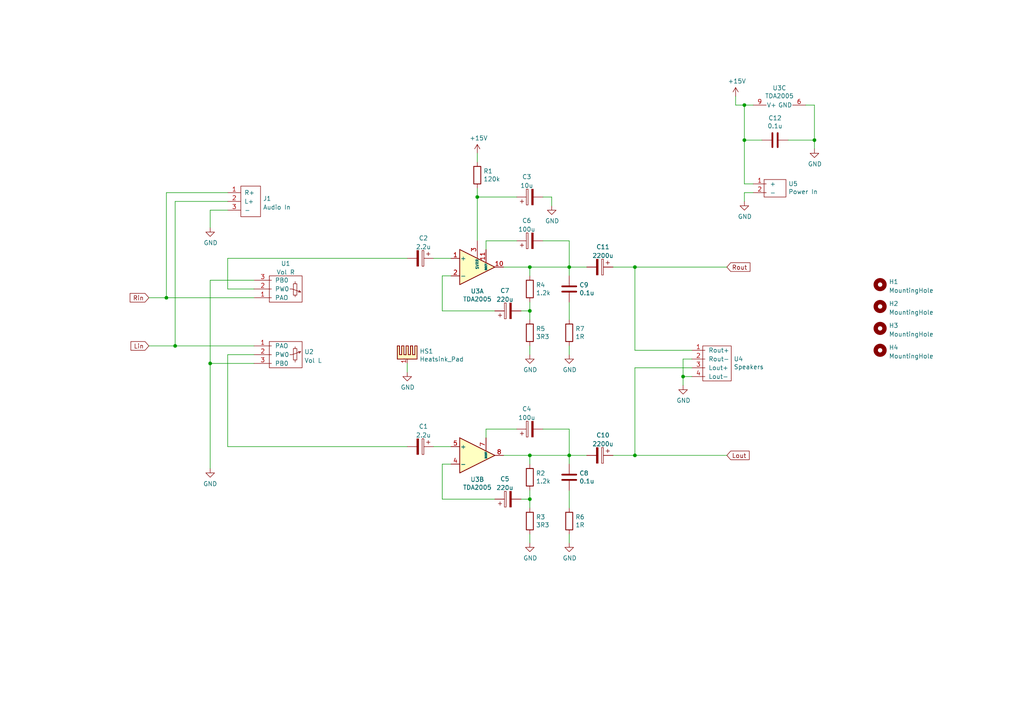
<source format=kicad_sch>
(kicad_sch (version 20231120) (generator "eeschema") (generator_version "8.0")
  (paper "A4")
  (lib_symbols
    (symbol "Amplifier_Audio:TDA2005" (pin_names (offset 0.127))
      (property "Reference" "U" (at 7.62 6.35 0))
      (property "Value" "TDA2005" (at 7.62 3.81 0))
      (symbol "TDA2005_1_1"
        (polyline (pts (xy -5.08 5.08) (xy 5.08 0) (xy -5.08 -5.08) (xy -5.08 5.08)) (stroke (width 0.254)) (fill (type background)))
        (pin input line (at -7.62 2.54 0) (length 2.54) (name "+") (number "1"))
        (pin output line (at 7.62 0 180) (length 2.54) (name "~") (number "10"))
        (pin passive line (at 2.54 5.08 270) (length 3.81) (name "BOOT") (number "11"))
        (pin input line (at -7.62 -2.54 0) (length 2.54) (name "-") (number "2"))
        (pin passive line (at 0 7.62 270) (length 5.08) (name "SVRR") (number "3"))
      )
      (symbol "TDA2005_2_1"
        (polyline (pts (xy -5.08 5.08) (xy 5.08 0) (xy -5.08 -5.08) (xy -5.08 5.08)) (stroke (width 0.254)) (fill (type background)))
        (pin input line (at -7.62 -2.54 0) (length 2.54) (name "-") (number "4"))
        (pin input line (at -7.62 2.54 0) (length 2.54) (name "+") (number "5"))
        (pin passive line (at 2.54 5.08 270) (length 3.81) (name "BOOT") (number "7"))
        (pin output line (at 7.62 0 180) (length 2.54) (name "~") (number "8"))
      )
      (symbol "TDA2005_3_1"
        (pin power_in line (at -2.54 -7.62 90) (length 3.81) (name "GND") (number "6"))
        (pin power_in line (at -2.54 7.62 270) (length 3.81) (name "V+") (number "9"))
      )
    )
    (symbol "Device:C" (pin_numbers hide) (pin_names (offset 0.254))
      (property "Reference" "C" (at 0.635 2.54 0))
      (property "Value" "C" (at 0.635 -2.54 0))
      (symbol "C_0_1"
        (polyline (pts (xy -2.032 -0.762) (xy 2.032 -0.762)) (stroke (width 0.508)))
        (polyline (pts (xy -2.032 0.762) (xy 2.032 0.762)) (stroke (width 0.508)))
      )
      (symbol "C_1_1"
        (pin passive line (at 0 3.81 270) (length 2.794) (name "~") (number "1"))
        (pin passive line (at 0 -3.81 90) (length 2.794) (name "~") (number "2"))
      )
    )
    (symbol "Device:C_Polarized" (pin_numbers hide) (pin_names (offset 0.254))
      (property "Reference" "C" (at 0.635 2.54 0))
      (property "Value" "C_Polarized" (at 0.635 -2.54 0))
      (symbol "C_Polarized_0_1"
        (rectangle (start -2.286 0.508) (end 2.286 1.016))
        (polyline (pts (xy -1.778 2.286) (xy -0.762 2.286)))
        (polyline (pts (xy -1.27 2.794) (xy -1.27 1.778)))
        (rectangle (start 2.286 -0.508) (end -2.286 -1.016) (fill (type outline)))
      )
      (symbol "C_Polarized_1_1"
        (pin passive line (at 0 3.81 270) (length 2.794) (name "~") (number "1"))
        (pin passive line (at 0 -3.81 90) (length 2.794) (name "~") (number "2"))
      )
    )
    (symbol "Device:R" (pin_numbers hide) (pin_names (offset 0))
      (property "Reference" "R" (at 2.032 0 90))
      (property "Value" "R" (at 0 0 90))
      (symbol "R_0_1"
        (rectangle (start -1.016 -2.54) (end 1.016 2.54) (stroke (width 0.254)))
      )
      (symbol "R_1_1"
        (pin passive line (at 0 3.81 270) (length 1.27) (name "~") (number "1"))
        (pin passive line (at 0 -3.81 90) (length 1.27) (name "~") (number "2"))
      )
    )
    (symbol "Mechanical:Heatsink_Pad" (pin_names (offset 0))
      (property "Reference" "HS" (at 0 5.715 0))
      (property "Value" "Heatsink_Pad" (at 0 3.81 0))
      (symbol "Heatsink_Pad_0_1"
        (polyline (pts (xy -0.3302 0) (xy -0.9652 0) (xy -0.9652 2.54) (xy -1.6002 2.54) (xy -1.6002 0) (xy -2.2352 0) (xy -2.2352 2.54) (xy -2.8702 2.54) (xy -2.8702 -1.27) (xy -0.9652 -1.27)) (stroke (width 0.254)) (fill (type background)))
        (polyline (pts (xy -0.3302 0) (xy -0.3302 2.54) (xy 0.3048 2.54) (xy 0.3048 0) (xy 0.9398 0) (xy 0.9398 2.54) (xy 1.5748 2.54) (xy 1.5748 0) (xy 2.2098 0) (xy 2.2098 2.54) (xy 2.8448 2.54) (xy 2.8448 -1.27) (xy -0.9652 -1.27)) (stroke (width 0.254)) (fill (type background)))
      )
      (symbol "Heatsink_Pad_1_1"
        (pin passive line (at 0 -2.54 90) (length 1.27) (name "~") (number "1"))
      )
    )
    (symbol "Mechanical:MountingHole" (pin_names (offset 1.016))
      (property "Reference" "H" (at 0 5.08 0))
      (property "Value" "MountingHole" (at 0 3.175 0))
      (symbol "MountingHole_0_1"
        (circle (center 0 0) (radius 1.27) (stroke (width 1.27)))
      )
    )
    (symbol "My_Headers:3-pin_Audio" (pin_names (offset 1.016))
      (property "Reference" "J" (at -0.635 6.35 0))
      (property "Value" "3-pin_Audio" (at 2.54 -5.715 0))
      (symbol "3-pin_Audio_0_1"
        (polyline (pts (xy -1.27 4.445) (xy 4.445 4.445) (xy 4.445 -3.81) (xy 4.445 -4.445) (xy -1.27 -4.445) (xy -1.27 4.445)) (stroke (width 0.1524)))
      )
      (symbol "3-pin_Audio_1_1"
        (pin bidirectional line (at -5.08 2.54 0) (length 3.81) (name "R+") (number "1"))
        (pin bidirectional line (at -5.08 0 0) (length 3.81) (name "L+") (number "2"))
        (pin bidirectional line (at -5.08 -2.54 0) (length 3.81) (name "-") (number "3"))
      )
    )
    (symbol "My_Headers:3-pin_potentiometer_output" (pin_names (offset 1.016))
      (property "Reference" "U" (at 5.715 2.54 0))
      (property "Value" "3-pin_potentiometer_output" (at 5.08 -7.62 0))
      (symbol "3-pin_potentiometer_output_0_1"
        (polyline (pts (xy 11.938 -4.064) (xy 11.938 -4.699)))
        (polyline (pts (xy 11.938 -0.254) (xy 11.938 -0.762)))
        (polyline (pts (xy 12.827 -1.651) (xy 12.827 -1.651)))
        (polyline (pts (xy 13.589 -1.651) (xy 13.081 -2.159)))
        (polyline (pts (xy 10.414 -2.54) (xy 11.049 -2.54) (xy 13.589 -1.651) (xy 12.827 -1.651)))
        (polyline (pts (xy 4.445 1.27) (xy 13.97 1.27) (xy 13.97 -6.35) (xy 4.445 -6.35) (xy 4.445 1.27)))
        (polyline (pts (xy 11.43 -0.762) (xy 12.446 -0.762) (xy 12.446 -4.064) (xy 11.43 -4.064) (xy 11.43 -0.762)))
      )
      (symbol "3-pin_potentiometer_output_1_1"
        (pin input line (at 0 0 0) (length 5.08) (name "PAO") (number "1"))
        (pin output line (at 0 -2.54 0) (length 5.08) (name "PW0") (number "2"))
        (pin input line (at 0 -5.08 0) (length 5.08) (name "PB0") (number "3"))
      )
    )
    (symbol "My_Parts:2-pole_power_in_screw_terminal" (pin_names (offset 1.016))
      (property "Reference" "U" (at 4.445 3.175 0))
      (property "Value" "2-pole_power_in_screw_terminal" (at 6.35 -5.715 0))
      (symbol "2-pole_power_in_screw_terminal_0_1"
        (rectangle (start 3.175 1.27) (end 9.525 -3.81))
      )
      (symbol "2-pole_power_in_screw_terminal_1_1"
        (pin power_in line (at 0 0 0) (length 3.81) (name "+") (number "1"))
        (pin power_in line (at 0 -2.54 0) (length 3.81) (name "-") (number "2"))
      )
    )
    (symbol "My_Parts:4-pole_RL-output_screw_terminal" (pin_names (offset 1.016))
      (property "Reference" "U" (at 4.445 3.175 0))
      (property "Value" "4-pole_RL-output_screw_terminal" (at 6.35 -10.795 0))
      (symbol "4-pole_RL-output_screw_terminal_0_1"
        (rectangle (start 3.175 1.27) (end 11.43 -8.89))
      )
      (symbol "4-pole_RL-output_screw_terminal_1_1"
        (pin output line (at 0 0 0) (length 3.81) (name "Rout+") (number "1"))
        (pin output line (at 0 -2.54 0) (length 3.81) (name "Rout-") (number "2"))
        (pin output line (at 0 -5.08 0) (length 3.81) (name "Lout+") (number "3"))
        (pin output line (at 0 -7.62 0) (length 3.81) (name "Lout-") (number "4"))
      )
    )
    (symbol "power:+15V" (power) (pin_names (offset 0))
      (property "Value" "+15V" (at 0 3.556 0))
      (symbol "+15V_0_1"
        (polyline (pts (xy -0.762 1.27) (xy 0 2.54)))
        (polyline (pts (xy 0 0) (xy 0 2.54)))
        (polyline (pts (xy 0 2.54) (xy 0.762 1.27)))
      )
      (symbol "+15V_1_1"
        (pin power_in line (at 0 0 90) (length 0) hide (name "+15V") (number "1"))
      )
    )
    (symbol "power:GND" (power) (pin_names (offset 0))
      (property "Value" "GND" (at 0 -3.81 0))
      (symbol "GND_0_1"
        (polyline (pts (xy 0 0) (xy 0 -1.27) (xy 1.27 -1.27) (xy 0 -2.54) (xy -1.27 -1.27) (xy 0 -1.27)))
      )
      (symbol "GND_1_1"
        (pin power_in line (at 0 0 270) (length 0) hide (name "GND") (number "1"))
      )
    )
  )
  (junction (at 184.15 132.08))
  (junction (at 215.9 40.64))
  (junction (at 165.1 132.08))
  (junction (at 153.67 77.47))
  (junction (at 60.96 105.41))
  (junction (at 184.15 77.47))
  (junction (at 215.9 30.48))
  (junction (at 236.22 40.64))
  (junction (at 48.26 86.36))
  (junction (at 153.67 132.08))
  (junction (at 198.12 109.22))
  (junction (at 153.67 90.17))
  (junction (at 50.8 100.33))
  (junction (at 138.43 57.15))
  (junction (at 165.1 77.47))
  (junction (at 153.67 144.78))
  (wire (pts (xy 184.15 132.08) (xy 210.82 132.08)))
  (wire (pts (xy 165.1 100.33) (xy 165.1 102.87)))
  (wire (pts (xy 236.22 40.64) (xy 228.6 40.64)))
  (wire (pts (xy 66.04 129.54) (xy 118.11 129.54)))
  (wire (pts (xy 153.67 77.47) (xy 153.67 80.01)))
  (wire (pts (xy 60.96 105.41) (xy 60.96 135.89)))
  (wire (pts (xy 165.1 77.47) (xy 165.1 80.01)))
  (wire (pts (xy 138.43 69.85) (xy 138.43 57.15)))
  (wire (pts (xy 153.67 87.63) (xy 153.67 90.17)))
  (wire (pts (xy 73.66 81.28) (xy 60.96 81.28)))
  (wire (pts (xy 66.04 83.82) (xy 73.66 83.82)))
  (wire (pts (xy 153.67 157.48) (xy 153.67 154.94)))
  (wire (pts (xy 165.1 69.85) (xy 165.1 77.47)))
  (wire (pts (xy 213.36 30.48) (xy 213.36 27.94)))
  (wire (pts (xy 66.04 60.96) (xy 60.96 60.96)))
  (wire (pts (xy 165.1 87.63) (xy 165.1 92.71)))
  (wire (pts (xy 165.1 154.94) (xy 165.1 157.48)))
  (wire (pts (xy 165.1 124.46) (xy 165.1 132.08)))
  (wire (pts (xy 50.8 100.33) (xy 43.18 100.33)))
  (wire (pts (xy 218.44 55.88) (xy 215.9 55.88)))
  (wire (pts (xy 66.04 74.93) (xy 118.11 74.93)))
  (wire (pts (xy 184.15 77.47) (xy 210.82 77.47)))
  (wire (pts (xy 153.67 102.87) (xy 153.67 100.33)))
  (wire (pts (xy 143.51 90.17) (xy 128.27 90.17)))
  (wire (pts (xy 50.8 100.33) (xy 73.66 100.33)))
  (wire (pts (xy 50.8 58.42) (xy 66.04 58.42)))
  (wire (pts (xy 48.26 55.88) (xy 66.04 55.88)))
  (wire (pts (xy 130.81 74.93) (xy 125.73 74.93)))
  (wire (pts (xy 215.9 53.34) (xy 218.44 53.34)))
  (wire (pts (xy 215.9 30.48) (xy 215.9 40.64)))
  (wire (pts (xy 50.8 58.42) (xy 50.8 100.33)))
  (wire (pts (xy 157.48 69.85) (xy 165.1 69.85)))
  (wire (pts (xy 177.8 132.08) (xy 184.15 132.08)))
  (wire (pts (xy 233.68 30.48) (xy 236.22 30.48)))
  (wire (pts (xy 140.97 124.46) (xy 149.86 124.46)))
  (wire (pts (xy 153.67 77.47) (xy 165.1 77.47)))
  (wire (pts (xy 143.51 144.78) (xy 128.27 144.78)))
  (wire (pts (xy 153.67 142.24) (xy 153.67 144.78)))
  (wire (pts (xy 198.12 104.14) (xy 198.12 109.22)))
  (wire (pts (xy 165.1 142.24) (xy 165.1 147.32)))
  (wire (pts (xy 128.27 144.78) (xy 128.27 134.62)))
  (wire (pts (xy 48.26 55.88) (xy 48.26 86.36)))
  (wire (pts (xy 151.13 90.17) (xy 153.67 90.17)))
  (wire (pts (xy 140.97 124.46) (xy 140.97 127)))
  (wire (pts (xy 184.15 106.68) (xy 200.66 106.68)))
  (wire (pts (xy 200.66 104.14) (xy 198.12 104.14)))
  (wire (pts (xy 165.1 77.47) (xy 170.18 77.47)))
  (wire (pts (xy 128.27 90.17) (xy 128.27 80.01)))
  (wire (pts (xy 200.66 101.6) (xy 184.15 101.6)))
  (wire (pts (xy 66.04 74.93) (xy 66.04 83.82)))
  (wire (pts (xy 60.96 81.28) (xy 60.96 105.41)))
  (wire (pts (xy 118.11 105.41) (xy 118.11 107.95)))
  (wire (pts (xy 153.67 90.17) (xy 153.67 92.71)))
  (wire (pts (xy 60.96 60.96) (xy 60.96 66.04)))
  (wire (pts (xy 151.13 144.78) (xy 153.67 144.78)))
  (wire (pts (xy 153.67 132.08) (xy 153.67 134.62)))
  (wire (pts (xy 236.22 40.64) (xy 236.22 43.18)))
  (wire (pts (xy 165.1 132.08) (xy 170.18 132.08)))
  (wire (pts (xy 157.48 57.15) (xy 160.02 57.15)))
  (wire (pts (xy 215.9 55.88) (xy 215.9 58.42)))
  (wire (pts (xy 130.81 129.54) (xy 125.73 129.54)))
  (wire (pts (xy 66.04 129.54) (xy 66.04 102.87)))
  (wire (pts (xy 66.04 102.87) (xy 73.66 102.87)))
  (wire (pts (xy 236.22 30.48) (xy 236.22 40.64)))
  (wire (pts (xy 128.27 80.01) (xy 130.81 80.01)))
  (wire (pts (xy 138.43 57.15) (xy 138.43 54.61)))
  (wire (pts (xy 198.12 109.22) (xy 200.66 109.22)))
  (wire (pts (xy 48.26 86.36) (xy 43.18 86.36)))
  (wire (pts (xy 48.26 86.36) (xy 73.66 86.36)))
  (wire (pts (xy 146.05 132.08) (xy 153.67 132.08)))
  (wire (pts (xy 60.96 105.41) (xy 73.66 105.41)))
  (wire (pts (xy 218.44 30.48) (xy 215.9 30.48)))
  (wire (pts (xy 160.02 57.15) (xy 160.02 59.69)))
  (wire (pts (xy 157.48 124.46) (xy 165.1 124.46)))
  (wire (pts (xy 138.43 46.99) (xy 138.43 44.45)))
  (wire (pts (xy 165.1 132.08) (xy 165.1 134.62)))
  (wire (pts (xy 128.27 134.62) (xy 130.81 134.62)))
  (wire (pts (xy 140.97 69.85) (xy 149.86 69.85)))
  (wire (pts (xy 177.8 77.47) (xy 184.15 77.47)))
  (wire (pts (xy 215.9 40.64) (xy 220.98 40.64)))
  (wire (pts (xy 146.05 77.47) (xy 153.67 77.47)))
  (wire (pts (xy 184.15 106.68) (xy 184.15 132.08)))
  (wire (pts (xy 215.9 30.48) (xy 213.36 30.48)))
  (wire (pts (xy 198.12 109.22) (xy 198.12 111.76)))
  (wire (pts (xy 215.9 40.64) (xy 215.9 53.34)))
  (wire (pts (xy 153.67 144.78) (xy 153.67 147.32)))
  (wire (pts (xy 140.97 72.39) (xy 140.97 69.85)))
  (wire (pts (xy 184.15 101.6) (xy 184.15 77.47)))
  (wire (pts (xy 153.67 132.08) (xy 165.1 132.08)))
  (wire (pts (xy 138.43 57.15) (xy 149.86 57.15)))
  (global_label "Lin" (shape input) (at 43.18 100.33 180) (property "Intersheetrefs" "${INTERSHEET_REFS}" (effects (hide yes))))
  (global_label "Rout" (shape input) (at 210.82 77.47 0) (property "Intersheetrefs" "${INTERSHEET_REFS}" (effects (hide yes))))
  (global_label "Lout" (shape input) (at 210.82 132.08 0) (property "Intersheetrefs" "${INTERSHEET_REFS}" (effects (hide yes))))
  (global_label "Rin" (shape input) (at 43.18 86.36 180) (property "Intersheetrefs" "${INTERSHEET_REFS}" (effects (hide yes))))
  (symbol (lib_id "Amplifier_Audio:TDA2005") (at 138.43 77.47 0) (unit 1)
    (property "Reference" "U3" (at 138.43 84.455 0))
    (property "Value" "TDA2005" (at 138.43 86.7664 0))
    (property "Footprint" "My_Misc:TO-220-11_P3.4x5.08mm_StaggerOdd_Lead4.85mm_Vertical_large" (effects (hide yes)))
    (property "Datasheet" "http://www.st.com/resource/en/datasheet/cd00000124.pdf" (effects (hide yes)))
  )
  (symbol (lib_id "Amplifier_Audio:TDA2005") (at 138.43 132.08 0) (unit 2)
    (property "Reference" "U3" (at 138.43 139.065 0))
    (property "Value" "TDA2005" (at 138.43 141.3764 0))
    (property "Footprint" "My_Misc:TO-220-11_P3.4x5.08mm_StaggerOdd_Lead4.85mm_Vertical_large" (effects (hide yes)))
    (property "Datasheet" "http://www.st.com/resource/en/datasheet/cd00000124.pdf" (effects (hide yes)))
  )
  (symbol (lib_id "Amplifier_Audio:TDA2005") (at 226.06 27.94 90) (unit 3)
    (property "Reference" "U3" (at 226.06 25.527 90))
    (property "Value" "TDA2005" (at 226.06 27.8384 90))
    (property "Footprint" "My_Misc:TO-220-11_P3.4x5.08mm_StaggerOdd_Lead4.85mm_Vertical_large" (effects (hide yes)))
    (property "Datasheet" "http://www.st.com/resource/en/datasheet/cd00000124.pdf" (effects (hide yes)))
  )
  (symbol (lib_id "Device:R") (at 153.67 83.82 0) (unit 1)
    (property "Reference" "R4" (at 155.448 82.6516 0) (effects (justify left)))
    (property "Value" "1.2k" (at 155.448 84.963 0) (effects (justify left)))
    (property "Footprint" "My_Misc:R_Axial_DIN0414_L11.9mm_D4.5mm_P15.24mm_Horizontal_larger" (effects (hide yes)))
  )
  (symbol (lib_id "Device:R") (at 153.67 96.52 0) (unit 1)
    (property "Reference" "R5" (at 155.448 95.3516 0) (effects (justify left)))
    (property "Value" "3R3" (at 155.448 97.663 0) (effects (justify left)))
    (property "Footprint" "My_Misc:R_Axial_DIN0414_L11.9mm_D4.5mm_P15.24mm_Horizontal_larger" (effects (hide yes)))
  )
  (symbol (lib_id "power:GND") (at 153.67 102.87 0) (unit 1)
    (property "Reference" "#PWR0108" (effects (hide yes)))
    (property "Value" "GND" (at 153.797 107.2642 0))
  )
  (symbol (lib_id "Device:C") (at 165.1 83.82 0) (unit 1)
    (property "Reference" "C9" (at 168.021 82.6516 0) (effects (justify left)))
    (property "Value" "0.1u" (at 168.021 84.963 0) (effects (justify left)))
    (property "Footprint" "My_Misc:C_Disc_D7.5mm_W2.5mm_P5.00mm_larger" (effects (hide yes)))
  )
  (symbol (lib_id "Device:R") (at 165.1 96.52 0) (unit 1)
    (property "Reference" "R7" (at 166.878 95.3516 0) (effects (justify left)))
    (property "Value" "1R" (at 166.878 97.663 0) (effects (justify left)))
    (property "Footprint" "My_Misc:R_Axial_DIN0414_L11.9mm_D4.5mm_P15.24mm_Horizontal_larger" (effects (hide yes)))
  )
  (symbol (lib_id "power:GND") (at 165.1 102.87 0) (unit 1)
    (property "Reference" "#PWR0107" (effects (hide yes)))
    (property "Value" "GND" (at 165.227 107.2642 0))
  )
  (symbol (lib_id "power:GND") (at 160.02 59.69 0) (unit 1)
    (property "Reference" "#PWR0112" (effects (hide yes)))
    (property "Value" "GND" (at 160.147 64.0842 0))
  )
  (symbol (lib_id "Device:R") (at 138.43 50.8 0) (unit 1)
    (property "Reference" "R1" (at 140.208 49.6316 0) (effects (justify left)))
    (property "Value" "120k" (at 140.208 51.943 0) (effects (justify left)))
    (property "Footprint" "My_Misc:R_Axial_DIN0414_L11.9mm_D4.5mm_P15.24mm_Horizontal_larger" (effects (hide yes)))
  )
  (symbol (lib_id "power:+15V") (at 138.43 44.45 0) (unit 1)
    (property "Reference" "#PWR0113" (effects (hide yes)))
    (property "Value" "+15V" (at 138.811 40.0558 0))
  )
  (symbol (lib_id "Device:C") (at 224.79 40.64 270) (unit 1)
    (property "Reference" "C12" (at 224.79 34.2392 90))
    (property "Value" "0.1u" (at 224.79 36.5506 90))
    (property "Footprint" "My_Misc:C_Disc_D7.5mm_W2.5mm_P5.00mm_larger" (effects (hide yes)))
  )
  (symbol (lib_id "power:GND") (at 236.22 43.18 0) (unit 1)
    (property "Reference" "#PWR0102" (effects (hide yes)))
    (property "Value" "GND" (at 236.347 47.5742 0))
  )
  (symbol (lib_id "power:+15V") (at 213.36 27.94 0) (unit 1)
    (property "Reference" "#PWR0103" (effects (hide yes)))
    (property "Value" "+15V" (at 213.741 23.5458 0))
  )
  (symbol (lib_id "Device:R") (at 153.67 138.43 0) (unit 1)
    (property "Reference" "R2" (at 155.448 137.2616 0) (effects (justify left)))
    (property "Value" "1.2k" (at 155.448 139.573 0) (effects (justify left)))
    (property "Footprint" "My_Misc:R_Axial_DIN0414_L11.9mm_D4.5mm_P15.24mm_Horizontal_larger" (effects (hide yes)))
  )
  (symbol (lib_id "Device:R") (at 153.67 151.13 0) (unit 1)
    (property "Reference" "R3" (at 155.448 149.9616 0) (effects (justify left)))
    (property "Value" "3R3" (at 155.448 152.273 0) (effects (justify left)))
    (property "Footprint" "My_Misc:R_Axial_DIN0414_L11.9mm_D4.5mm_P15.24mm_Horizontal_larger" (effects (hide yes)))
  )
  (symbol (lib_id "power:GND") (at 153.67 157.48 0) (unit 1)
    (property "Reference" "#PWR0111" (effects (hide yes)))
    (property "Value" "GND" (at 153.797 161.8742 0))
  )
  (symbol (lib_id "Device:C") (at 165.1 138.43 0) (unit 1)
    (property "Reference" "C8" (at 168.021 137.2616 0) (effects (justify left)))
    (property "Value" "0.1u" (at 168.021 139.573 0) (effects (justify left)))
    (property "Footprint" "My_Misc:C_Disc_D7.5mm_W2.5mm_P5.00mm_larger" (effects (hide yes)))
  )
  (symbol (lib_id "Device:R") (at 165.1 151.13 0) (unit 1)
    (property "Reference" "R6" (at 166.878 149.9616 0) (effects (justify left)))
    (property "Value" "1R" (at 166.878 152.273 0) (effects (justify left)))
    (property "Footprint" "My_Misc:R_Axial_DIN0414_L11.9mm_D4.5mm_P15.24mm_Horizontal_larger" (effects (hide yes)))
  )
  (symbol (lib_id "power:GND") (at 165.1 157.48 0) (unit 1)
    (property "Reference" "#PWR0110" (effects (hide yes)))
    (property "Value" "GND" (at 165.227 161.8742 0))
  )
  (symbol (lib_id "My_Parts:2-pole_power_in_screw_terminal") (at 218.44 53.34 0) (unit 1)
    (property "Reference" "U5" (at 228.6508 53.3146 0) (effects (justify left)))
    (property "Value" "Power In" (at 228.6508 55.626 0) (effects (justify left)))
    (property "Footprint" "My_Parts:2-pole_power_in_screw_terminal" (effects (hide yes)))
  )
  (symbol (lib_id "power:GND") (at 215.9 58.42 0) (unit 1)
    (property "Reference" "#PWR0101" (effects (hide yes)))
    (property "Value" "GND" (at 216.027 62.8142 0))
  )
  (symbol (lib_id "My_Parts:4-pole_RL-output_screw_terminal") (at 200.66 101.6 0) (unit 1)
    (property "Reference" "U4" (at 212.8012 104.1146 0) (effects (justify left)))
    (property "Value" "Speakers" (at 212.8012 106.426 0) (effects (justify left)))
    (property "Footprint" "My_Parts:4-pole_screw_terminal_RL_output" (effects (hide yes)))
  )
  (symbol (lib_id "power:GND") (at 198.12 111.76 0) (unit 1)
    (property "Reference" "#PWR0109" (effects (hide yes)))
    (property "Value" "GND" (at 198.247 116.1542 0))
  )
  (symbol (lib_id "power:GND") (at 60.96 66.04 0) (unit 1)
    (property "Reference" "#PWR0104" (effects (hide yes)))
    (property "Value" "GND" (at 61.087 70.4342 0))
  )
  (symbol (lib_id "Mechanical:Heatsink_Pad") (at 118.11 102.87 0) (unit 1)
    (property "Reference" "HS1" (at 121.6914 101.8794 0) (effects (justify left)))
    (property "Value" "Heatsink_Pad" (at 121.6914 104.1908 0) (effects (justify left)))
    (property "Footprint" "My_Heatsinks:EK-41002859" (effects (hide yes)))
  )
  (symbol (lib_id "power:GND") (at 118.11 107.95 0) (unit 1)
    (property "Reference" "#PWR0105" (effects (hide yes)))
    (property "Value" "GND" (at 118.237 112.3442 0))
  )
  (symbol (lib_id "Device:C_Polarized") (at 121.92 129.54 270) (unit 1)
    (property "Reference" "C1" (at 122.809 123.6812 90))
    (property "Value" "2.2u" (at 122.809 126.2181 90))
    (property "Footprint" "My_Misc:CP_Radial_D5.0mm_P2.00mm_larger" (effects (hide yes)))
  )
  (symbol (lib_id "Device:C_Polarized") (at 153.67 69.85 90) (unit 1)
    (property "Reference" "C6" (at 152.781 63.9912 90))
    (property "Value" "100u" (at 152.781 66.5281 90))
    (property "Footprint" "My_Misc:CP_Radial_D5.0mm_P2.50mm_larger_pads" (effects (hide yes)))
  )
  (symbol (lib_id "Mechanical:MountingHole") (at 255.27 101.6 0) (unit 1)
    (property "Reference" "H4" (at 257.81 100.7653 0) (effects (justify left)))
    (property "Value" "MountingHole" (at 257.81 103.3022 0) (effects (justify left)))
    (property "Footprint" "MountingHole:MountingHole_3.2mm_M3" (effects (hide yes)))
  )
  (symbol (lib_id "My_Headers:3-pin_Audio") (at 71.12 58.42 0) (unit 1)
    (property "Reference" "J1" (at 76.2762 57.5853 0) (effects (justify left)))
    (property "Value" "Audio In" (at 76.2762 60.1222 0) (effects (justify left)))
    (property "Footprint" "My_Headers:3-pin JST Audio" (effects (hide yes)))
  )
  (symbol (lib_id "Mechanical:MountingHole") (at 255.27 88.9 0) (unit 1)
    (property "Reference" "H2" (at 257.81 88.0653 0) (effects (justify left)))
    (property "Value" "MountingHole" (at 257.81 90.6022 0) (effects (justify left)))
    (property "Footprint" "MountingHole:MountingHole_3.2mm_M3" (effects (hide yes)))
  )
  (symbol (lib_id "Device:C_Polarized") (at 173.99 132.08 270) (unit 1)
    (property "Reference" "C10" (at 174.879 126.2212 90))
    (property "Value" "2200u" (at 174.879 128.7581 90))
    (property "Footprint" "My_Misc:CP_Radial_D13.0mm_P5.00mm_larger" (effects (hide yes)))
  )
  (symbol (lib_id "Device:C_Polarized") (at 147.32 90.17 90) (unit 1)
    (property "Reference" "C7" (at 146.431 84.3112 90))
    (property "Value" "220u" (at 146.431 86.8481 90))
    (property "Footprint" "My_Misc:CP_Radial_D8.0mm_P3.50mm_large" (effects (hide yes)))
  )
  (symbol (lib_id "Device:C_Polarized") (at 147.32 144.78 90) (unit 1)
    (property "Reference" "C5" (at 146.431 138.9212 90))
    (property "Value" "220u" (at 146.431 141.4581 90))
    (property "Footprint" "My_Misc:CP_Radial_D8.0mm_P3.50mm_large" (effects (hide yes)))
  )
  (symbol (lib_id "power:GND") (at 60.96 135.89 0) (unit 1)
    (property "Reference" "#PWR0106" (effects (hide yes)))
    (property "Value" "GND" (at 60.96 140.3334 0))
  )
  (symbol (lib_id "Device:C_Polarized") (at 173.99 77.47 270) (unit 1)
    (property "Reference" "C11" (at 174.879 71.6112 90))
    (property "Value" "2200u" (at 174.879 74.1481 90))
    (property "Footprint" "My_Misc:CP_Radial_D13.0mm_P5.00mm_larger" (effects (hide yes)))
  )
  (symbol (lib_id "Device:C_Polarized") (at 153.67 57.15 90) (unit 1)
    (property "Reference" "C3" (at 152.781 51.2912 90))
    (property "Value" "10u" (at 152.781 53.8281 90))
    (property "Footprint" "My_Misc:CP_Radial_D5.0mm_P2.00mm_larger" (effects (hide yes)))
  )
  (symbol (lib_id "Mechanical:MountingHole") (at 255.27 82.55 0) (unit 1)
    (property "Reference" "H1" (at 257.81 81.7153 0) (effects (justify left)))
    (property "Value" "MountingHole" (at 257.81 84.2522 0) (effects (justify left)))
    (property "Footprint" "MountingHole:MountingHole_3.2mm_M3" (effects (hide yes)))
  )
  (symbol (lib_id "Device:C_Polarized") (at 153.67 124.46 90) (unit 1)
    (property "Reference" "C4" (at 152.781 118.6012 90))
    (property "Value" "100u" (at 152.781 121.1381 90))
    (property "Footprint" "My_Misc:CP_Radial_D5.0mm_P2.50mm_larger_pads" (effects (hide yes)))
  )
  (symbol (lib_id "Device:C_Polarized") (at 121.92 74.93 270) (unit 1)
    (property "Reference" "C2" (at 122.809 69.0712 90))
    (property "Value" "2.2u" (at 122.809 71.6081 90))
    (property "Footprint" "My_Misc:CP_Radial_D5.0mm_P2.00mm_larger" (effects (hide yes)))
  )
  (symbol (lib_id "Mechanical:MountingHole") (at 255.27 95.25 0) (unit 1)
    (property "Reference" "H3" (at 257.81 94.4153 0) (effects (justify left)))
    (property "Value" "MountingHole" (at 257.81 96.9522 0) (effects (justify left)))
    (property "Footprint" "MountingHole:MountingHole_3.2mm_M3" (effects (hide yes)))
  )
  (symbol (lib_id "My_Headers:3-pin_potentiometer_output") (at 73.66 100.33 0) (unit 1)
    (property "Reference" "U2" (at 88.265 102.0353 0) (effects (justify left)))
    (property "Value" "Vol L" (at 88.265 104.5722 0) (effects (justify left)))
    (property "Footprint" "My_Headers:3-pin JST Potentiometer" (effects (hide yes)))
  )
  (symbol (lib_id "My_Headers:3-pin_potentiometer_output") (at 73.66 86.36 0) (mirror x) (unit 1)
    (property "Reference" "U1" (at 82.8675 76.4372 0))
    (property "Value" "Vol R" (at 82.8675 78.9741 0))
    (property "Footprint" "My_Headers:3-pin JST Potentiometer" (effects (hide yes)))
  )
)
</source>
